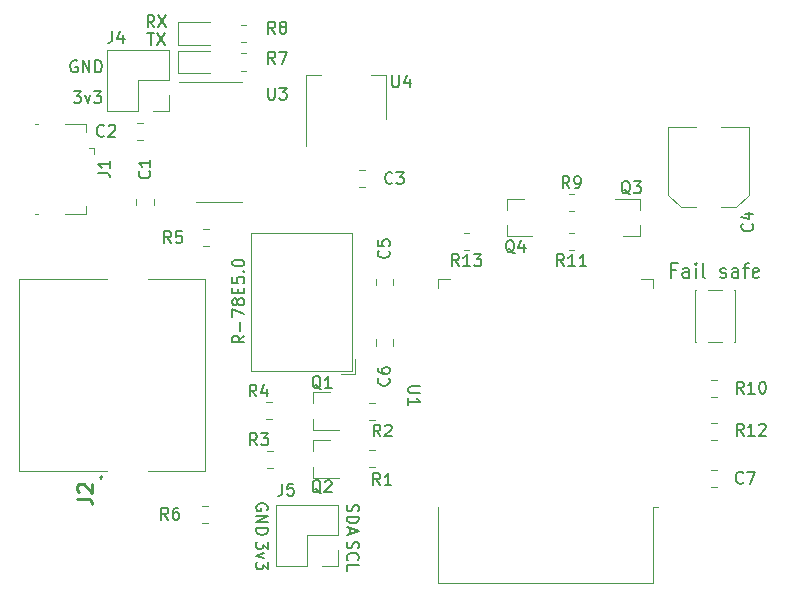
<source format=gto>
G04 #@! TF.GenerationSoftware,KiCad,Pcbnew,(5.1.9-0-10_14)*
G04 #@! TF.CreationDate,2021-06-28T14:28:25+02:00*
G04 #@! TF.ProjectId,ithowifi_4l,6974686f-7769-4666-995f-346c2e6b6963,rev?*
G04 #@! TF.SameCoordinates,Original*
G04 #@! TF.FileFunction,Legend,Top*
G04 #@! TF.FilePolarity,Positive*
%FSLAX46Y46*%
G04 Gerber Fmt 4.6, Leading zero omitted, Abs format (unit mm)*
G04 Created by KiCad (PCBNEW (5.1.9-0-10_14)) date 2021-06-28 14:28:25*
%MOMM*%
%LPD*%
G01*
G04 APERTURE LIST*
%ADD10C,0.150000*%
%ADD11C,0.120000*%
%ADD12C,0.100000*%
%ADD13C,0.200000*%
%ADD14C,0.254000*%
G04 APERTURE END LIST*
D10*
X56324595Y-112022000D02*
X56229357Y-111974380D01*
X56086500Y-111974380D01*
X55943642Y-112022000D01*
X55848404Y-112117238D01*
X55800785Y-112212476D01*
X55753166Y-112402952D01*
X55753166Y-112545809D01*
X55800785Y-112736285D01*
X55848404Y-112831523D01*
X55943642Y-112926761D01*
X56086500Y-112974380D01*
X56181738Y-112974380D01*
X56324595Y-112926761D01*
X56372214Y-112879142D01*
X56372214Y-112545809D01*
X56181738Y-112545809D01*
X56800785Y-112974380D02*
X56800785Y-111974380D01*
X57372214Y-112974380D01*
X57372214Y-111974380D01*
X57848404Y-112974380D02*
X57848404Y-111974380D01*
X58086500Y-111974380D01*
X58229357Y-112022000D01*
X58324595Y-112117238D01*
X58372214Y-112212476D01*
X58419833Y-112402952D01*
X58419833Y-112545809D01*
X58372214Y-112736285D01*
X58324595Y-112831523D01*
X58229357Y-112926761D01*
X58086500Y-112974380D01*
X57848404Y-112974380D01*
X56023023Y-114577880D02*
X56642071Y-114577880D01*
X56308738Y-114958833D01*
X56451595Y-114958833D01*
X56546833Y-115006452D01*
X56594452Y-115054071D01*
X56642071Y-115149309D01*
X56642071Y-115387404D01*
X56594452Y-115482642D01*
X56546833Y-115530261D01*
X56451595Y-115577880D01*
X56165880Y-115577880D01*
X56070642Y-115530261D01*
X56023023Y-115482642D01*
X56975404Y-114911214D02*
X57213500Y-115577880D01*
X57451595Y-114911214D01*
X57737309Y-114577880D02*
X58356357Y-114577880D01*
X58023023Y-114958833D01*
X58165880Y-114958833D01*
X58261119Y-115006452D01*
X58308738Y-115054071D01*
X58356357Y-115149309D01*
X58356357Y-115387404D01*
X58308738Y-115482642D01*
X58261119Y-115530261D01*
X58165880Y-115577880D01*
X57880166Y-115577880D01*
X57784928Y-115530261D01*
X57737309Y-115482642D01*
X72475619Y-152717523D02*
X72475619Y-153336571D01*
X72094666Y-153003238D01*
X72094666Y-153146095D01*
X72047047Y-153241333D01*
X71999428Y-153288952D01*
X71904190Y-153336571D01*
X71666095Y-153336571D01*
X71570857Y-153288952D01*
X71523238Y-153241333D01*
X71475619Y-153146095D01*
X71475619Y-152860380D01*
X71523238Y-152765142D01*
X71570857Y-152717523D01*
X72142285Y-153669904D02*
X71475619Y-153908000D01*
X72142285Y-154146095D01*
X72475619Y-154431809D02*
X72475619Y-155050857D01*
X72094666Y-154717523D01*
X72094666Y-154860380D01*
X72047047Y-154955619D01*
X71999428Y-155003238D01*
X71904190Y-155050857D01*
X71666095Y-155050857D01*
X71570857Y-155003238D01*
X71523238Y-154955619D01*
X71475619Y-154860380D01*
X71475619Y-154574666D01*
X71523238Y-154479428D01*
X71570857Y-154431809D01*
X72428000Y-150046095D02*
X72475619Y-149950857D01*
X72475619Y-149808000D01*
X72428000Y-149665142D01*
X72332761Y-149569904D01*
X72237523Y-149522285D01*
X72047047Y-149474666D01*
X71904190Y-149474666D01*
X71713714Y-149522285D01*
X71618476Y-149569904D01*
X71523238Y-149665142D01*
X71475619Y-149808000D01*
X71475619Y-149903238D01*
X71523238Y-150046095D01*
X71570857Y-150093714D01*
X71904190Y-150093714D01*
X71904190Y-149903238D01*
X71475619Y-150522285D02*
X72475619Y-150522285D01*
X71475619Y-151093714D01*
X72475619Y-151093714D01*
X71475619Y-151569904D02*
X72475619Y-151569904D01*
X72475619Y-151808000D01*
X72428000Y-151950857D01*
X72332761Y-152046095D01*
X72237523Y-152093714D01*
X72047047Y-152141333D01*
X71904190Y-152141333D01*
X71713714Y-152093714D01*
X71618476Y-152046095D01*
X71523238Y-151950857D01*
X71475619Y-151808000D01*
X71475619Y-151569904D01*
X79211238Y-149593714D02*
X79163619Y-149736571D01*
X79163619Y-149974666D01*
X79211238Y-150069904D01*
X79258857Y-150117523D01*
X79354095Y-150165142D01*
X79449333Y-150165142D01*
X79544571Y-150117523D01*
X79592190Y-150069904D01*
X79639809Y-149974666D01*
X79687428Y-149784190D01*
X79735047Y-149688952D01*
X79782666Y-149641333D01*
X79877904Y-149593714D01*
X79973142Y-149593714D01*
X80068380Y-149641333D01*
X80116000Y-149688952D01*
X80163619Y-149784190D01*
X80163619Y-150022285D01*
X80116000Y-150165142D01*
X79163619Y-150593714D02*
X80163619Y-150593714D01*
X80163619Y-150831809D01*
X80116000Y-150974666D01*
X80020761Y-151069904D01*
X79925523Y-151117523D01*
X79735047Y-151165142D01*
X79592190Y-151165142D01*
X79401714Y-151117523D01*
X79306476Y-151069904D01*
X79211238Y-150974666D01*
X79163619Y-150831809D01*
X79163619Y-150593714D01*
X79449333Y-151546095D02*
X79449333Y-152022285D01*
X79163619Y-151450857D02*
X80163619Y-151784190D01*
X79163619Y-152117523D01*
X79211238Y-152717523D02*
X79163619Y-152860380D01*
X79163619Y-153098476D01*
X79211238Y-153193714D01*
X79258857Y-153241333D01*
X79354095Y-153288952D01*
X79449333Y-153288952D01*
X79544571Y-153241333D01*
X79592190Y-153193714D01*
X79639809Y-153098476D01*
X79687428Y-152908000D01*
X79735047Y-152812761D01*
X79782666Y-152765142D01*
X79877904Y-152717523D01*
X79973142Y-152717523D01*
X80068380Y-152765142D01*
X80116000Y-152812761D01*
X80163619Y-152908000D01*
X80163619Y-153146095D01*
X80116000Y-153288952D01*
X79258857Y-154288952D02*
X79211238Y-154241333D01*
X79163619Y-154098476D01*
X79163619Y-154003238D01*
X79211238Y-153860380D01*
X79306476Y-153765142D01*
X79401714Y-153717523D01*
X79592190Y-153669904D01*
X79735047Y-153669904D01*
X79925523Y-153717523D01*
X80020761Y-153765142D01*
X80116000Y-153860380D01*
X80163619Y-154003238D01*
X80163619Y-154098476D01*
X80116000Y-154241333D01*
X80068380Y-154288952D01*
X79163619Y-155193714D02*
X79163619Y-154717523D01*
X80163619Y-154717523D01*
D11*
X64068000Y-116265000D02*
X62738000Y-116265000D01*
X64068000Y-114935000D02*
X64068000Y-116265000D01*
X61468000Y-116265000D02*
X58868000Y-116265000D01*
X61468000Y-113665000D02*
X61468000Y-116265000D01*
X64068000Y-113665000D02*
X61468000Y-113665000D01*
X58868000Y-116265000D02*
X58868000Y-111065000D01*
X64068000Y-113665000D02*
X64068000Y-111065000D01*
X64068000Y-111065000D02*
X58868000Y-111065000D01*
X57765000Y-119408000D02*
X57375000Y-119408000D01*
X57765000Y-119408000D02*
X57765000Y-119858000D01*
X57065000Y-124978000D02*
X57065000Y-124328000D01*
X55335000Y-124978000D02*
X57065000Y-124978000D01*
X52765000Y-117358000D02*
X52975000Y-117358000D01*
X52765000Y-124978000D02*
X52975000Y-124978000D01*
X55335000Y-117358000D02*
X57065000Y-117358000D01*
X57065000Y-117358000D02*
X57065000Y-118018000D01*
X80713252Y-121248500D02*
X80190748Y-121248500D01*
X80713252Y-122718500D02*
X80190748Y-122718500D01*
X97950436Y-123251000D02*
X98404564Y-123251000D01*
X97950436Y-124721000D02*
X98404564Y-124721000D01*
X70641564Y-110417000D02*
X70187436Y-110417000D01*
X70641564Y-108947000D02*
X70187436Y-108947000D01*
X70641564Y-112843000D02*
X70187436Y-112843000D01*
X70641564Y-111373000D02*
X70187436Y-111373000D01*
X67369564Y-151137000D02*
X66915436Y-151137000D01*
X67369564Y-149667000D02*
X66915436Y-149667000D01*
X61922252Y-118718000D02*
X61399748Y-118718000D01*
X61922252Y-117248000D02*
X61399748Y-117248000D01*
X61351000Y-124244752D02*
X61351000Y-123722248D01*
X62821000Y-124244752D02*
X62821000Y-123722248D01*
X82501500Y-113207500D02*
X81241500Y-113207500D01*
X75681500Y-113207500D02*
X76941500Y-113207500D01*
X82501500Y-116967500D02*
X82501500Y-113207500D01*
X75681500Y-119217500D02*
X75681500Y-113207500D01*
X68377000Y-123923000D02*
X70327000Y-123923000D01*
X68377000Y-123923000D02*
X66427000Y-123923000D01*
X68377000Y-113803000D02*
X70327000Y-113803000D01*
X68377000Y-113803000D02*
X64927000Y-113803000D01*
X71020000Y-138279000D02*
X71020000Y-126558000D01*
X79640000Y-138279000D02*
X79640000Y-126558000D01*
X71020000Y-138279000D02*
X79640000Y-138279000D01*
X71020000Y-126558000D02*
X79640000Y-126558000D01*
X78640000Y-138519000D02*
X79880000Y-138519000D01*
X79880000Y-138519000D02*
X79880000Y-137279000D01*
X89514564Y-128023000D02*
X89060436Y-128023000D01*
X89514564Y-126553000D02*
X89060436Y-126553000D01*
X110469564Y-144152000D02*
X110015436Y-144152000D01*
X110469564Y-142682000D02*
X110015436Y-142682000D01*
X98404564Y-128023000D02*
X97950436Y-128023000D01*
X98404564Y-126553000D02*
X97950436Y-126553000D01*
X92695000Y-123676000D02*
X92695000Y-124606000D01*
X92695000Y-126836000D02*
X92695000Y-125906000D01*
X92695000Y-126836000D02*
X94855000Y-126836000D01*
X92695000Y-123676000D02*
X94155000Y-123676000D01*
X104010000Y-126836000D02*
X104010000Y-125906000D01*
X104010000Y-123676000D02*
X104010000Y-124606000D01*
X104010000Y-123676000D02*
X101850000Y-123676000D01*
X104010000Y-126836000D02*
X102550000Y-126836000D01*
D12*
X62332500Y-130456500D02*
X67182500Y-130456500D01*
X67182500Y-130456500D02*
X67182500Y-146736500D01*
X67182500Y-146736500D02*
X62332500Y-146736500D01*
X58832500Y-130476500D02*
X51432500Y-130476500D01*
X51432500Y-130476500D02*
X51432500Y-146736500D01*
X51432500Y-146736500D02*
X58832500Y-146736500D01*
D13*
X58372500Y-147176500D02*
X58372500Y-147176500D01*
X58372500Y-147376500D02*
X58372500Y-147376500D01*
X58372500Y-147376500D02*
G75*
G02*
X58372500Y-147176500I0J100000D01*
G01*
X58372500Y-147176500D02*
G75*
G02*
X58372500Y-147376500I0J-100000D01*
G01*
D11*
X110493252Y-148084000D02*
X109970748Y-148084000D01*
X110493252Y-146614000D02*
X109970748Y-146614000D01*
X108646000Y-131438000D02*
X108646000Y-135838000D01*
X108646000Y-135838000D02*
X108766000Y-135838000D01*
X109776000Y-135838000D02*
X110916000Y-135838000D01*
X111926000Y-135838000D02*
X112046000Y-135838000D01*
X112046000Y-135838000D02*
X112046000Y-131438000D01*
X112046000Y-131438000D02*
X111926000Y-131438000D01*
X110916000Y-131438000D02*
X109776000Y-131438000D01*
X108766000Y-131438000D02*
X108646000Y-131438000D01*
X83077500Y-135596748D02*
X83077500Y-136119252D01*
X81607500Y-135596748D02*
X81607500Y-136119252D01*
X113217000Y-117579000D02*
X110867000Y-117579000D01*
X106397000Y-117579000D02*
X108747000Y-117579000D01*
X106397000Y-123334563D02*
X106397000Y-117579000D01*
X113217000Y-123334563D02*
X113217000Y-117579000D01*
X112152563Y-124399000D02*
X110867000Y-124399000D01*
X107461437Y-124399000D02*
X108747000Y-124399000D01*
X107461437Y-124399000D02*
X106397000Y-123334563D01*
X112152563Y-124399000D02*
X113217000Y-123334563D01*
X78402000Y-149580000D02*
X73202000Y-149580000D01*
X78402000Y-152180000D02*
X78402000Y-149580000D01*
X73202000Y-154780000D02*
X73202000Y-149580000D01*
X78402000Y-152180000D02*
X75802000Y-152180000D01*
X75802000Y-152180000D02*
X75802000Y-154780000D01*
X75802000Y-154780000D02*
X73202000Y-154780000D01*
X78402000Y-153450000D02*
X78402000Y-154780000D01*
X78402000Y-154780000D02*
X77072000Y-154780000D01*
X105097600Y-131260400D02*
X105097600Y-130480400D01*
X105097600Y-130480400D02*
X104097600Y-130480400D01*
X86857600Y-131260400D02*
X86857600Y-130480400D01*
X86857600Y-130480400D02*
X87857600Y-130480400D01*
X105097600Y-156225400D02*
X86857600Y-156225400D01*
X86857600Y-156225400D02*
X86857600Y-149805400D01*
X105097600Y-156225400D02*
X105097600Y-149805400D01*
X105097600Y-149805400D02*
X105477600Y-149805400D01*
X110477578Y-140444000D02*
X109960422Y-140444000D01*
X110477578Y-139024000D02*
X109960422Y-139024000D01*
X67564500Y-111148000D02*
X64879500Y-111148000D01*
X64879500Y-111148000D02*
X64879500Y-113068000D01*
X64879500Y-113068000D02*
X67564500Y-113068000D01*
X83052500Y-130458422D02*
X83052500Y-130975578D01*
X81632500Y-130458422D02*
X81632500Y-130975578D01*
X67564500Y-108722000D02*
X64879500Y-108722000D01*
X64879500Y-108722000D02*
X64879500Y-110642000D01*
X64879500Y-110642000D02*
X67564500Y-110642000D01*
X67503078Y-127680500D02*
X66985922Y-127680500D01*
X67503078Y-126260500D02*
X66985922Y-126260500D01*
X72837078Y-142336500D02*
X72319922Y-142336500D01*
X72837078Y-140916500D02*
X72319922Y-140916500D01*
X72889578Y-146465000D02*
X72372422Y-146465000D01*
X72889578Y-145045000D02*
X72372422Y-145045000D01*
X81052922Y-140992500D02*
X81570078Y-140992500D01*
X81052922Y-142412500D02*
X81570078Y-142412500D01*
X81052922Y-144993000D02*
X81570078Y-144993000D01*
X81052922Y-146413000D02*
X81570078Y-146413000D01*
X76301000Y-140087100D02*
X76301000Y-141017100D01*
X76301000Y-143247100D02*
X76301000Y-142317100D01*
X76301000Y-143247100D02*
X78461000Y-143247100D01*
X76301000Y-140087100D02*
X77761000Y-140087100D01*
X76301000Y-144149600D02*
X76301000Y-145079600D01*
X76301000Y-147309600D02*
X76301000Y-146379600D01*
X76301000Y-147309600D02*
X78461000Y-147309600D01*
X76301000Y-144149600D02*
X77761000Y-144149600D01*
D10*
X59293166Y-109497880D02*
X59293166Y-110212166D01*
X59245547Y-110355023D01*
X59150309Y-110450261D01*
X59007452Y-110497880D01*
X58912214Y-110497880D01*
X60197928Y-109831214D02*
X60197928Y-110497880D01*
X59959833Y-109450261D02*
X59721738Y-110164547D01*
X60340785Y-110164547D01*
X58107380Y-121501333D02*
X58821666Y-121501333D01*
X58964523Y-121548952D01*
X59059761Y-121644190D01*
X59107380Y-121787047D01*
X59107380Y-121882285D01*
X59107380Y-120501333D02*
X59107380Y-121072761D01*
X59107380Y-120787047D02*
X58107380Y-120787047D01*
X58250238Y-120882285D01*
X58345476Y-120977523D01*
X58393095Y-121072761D01*
X83018333Y-122340642D02*
X82970714Y-122388261D01*
X82827857Y-122435880D01*
X82732619Y-122435880D01*
X82589761Y-122388261D01*
X82494523Y-122293023D01*
X82446904Y-122197785D01*
X82399285Y-122007309D01*
X82399285Y-121864452D01*
X82446904Y-121673976D01*
X82494523Y-121578738D01*
X82589761Y-121483500D01*
X82732619Y-121435880D01*
X82827857Y-121435880D01*
X82970714Y-121483500D01*
X83018333Y-121531119D01*
X83351666Y-121435880D02*
X83970714Y-121435880D01*
X83637380Y-121816833D01*
X83780238Y-121816833D01*
X83875476Y-121864452D01*
X83923095Y-121912071D01*
X83970714Y-122007309D01*
X83970714Y-122245404D01*
X83923095Y-122340642D01*
X83875476Y-122388261D01*
X83780238Y-122435880D01*
X83494523Y-122435880D01*
X83399285Y-122388261D01*
X83351666Y-122340642D01*
X98010833Y-122788380D02*
X97677500Y-122312190D01*
X97439404Y-122788380D02*
X97439404Y-121788380D01*
X97820357Y-121788380D01*
X97915595Y-121836000D01*
X97963214Y-121883619D01*
X98010833Y-121978857D01*
X98010833Y-122121714D01*
X97963214Y-122216952D01*
X97915595Y-122264571D01*
X97820357Y-122312190D01*
X97439404Y-122312190D01*
X98487023Y-122788380D02*
X98677500Y-122788380D01*
X98772738Y-122740761D01*
X98820357Y-122693142D01*
X98915595Y-122550285D01*
X98963214Y-122359809D01*
X98963214Y-121978857D01*
X98915595Y-121883619D01*
X98867976Y-121836000D01*
X98772738Y-121788380D01*
X98582261Y-121788380D01*
X98487023Y-121836000D01*
X98439404Y-121883619D01*
X98391785Y-121978857D01*
X98391785Y-122216952D01*
X98439404Y-122312190D01*
X98487023Y-122359809D01*
X98582261Y-122407428D01*
X98772738Y-122407428D01*
X98867976Y-122359809D01*
X98915595Y-122312190D01*
X98963214Y-122216952D01*
X73095333Y-109706380D02*
X72762000Y-109230190D01*
X72523904Y-109706380D02*
X72523904Y-108706380D01*
X72904857Y-108706380D01*
X73000095Y-108754000D01*
X73047714Y-108801619D01*
X73095333Y-108896857D01*
X73095333Y-109039714D01*
X73047714Y-109134952D01*
X73000095Y-109182571D01*
X72904857Y-109230190D01*
X72523904Y-109230190D01*
X73666761Y-109134952D02*
X73571523Y-109087333D01*
X73523904Y-109039714D01*
X73476285Y-108944476D01*
X73476285Y-108896857D01*
X73523904Y-108801619D01*
X73571523Y-108754000D01*
X73666761Y-108706380D01*
X73857238Y-108706380D01*
X73952476Y-108754000D01*
X74000095Y-108801619D01*
X74047714Y-108896857D01*
X74047714Y-108944476D01*
X74000095Y-109039714D01*
X73952476Y-109087333D01*
X73857238Y-109134952D01*
X73666761Y-109134952D01*
X73571523Y-109182571D01*
X73523904Y-109230190D01*
X73476285Y-109325428D01*
X73476285Y-109515904D01*
X73523904Y-109611142D01*
X73571523Y-109658761D01*
X73666761Y-109706380D01*
X73857238Y-109706380D01*
X73952476Y-109658761D01*
X74000095Y-109611142D01*
X74047714Y-109515904D01*
X74047714Y-109325428D01*
X74000095Y-109230190D01*
X73952476Y-109182571D01*
X73857238Y-109134952D01*
X73095333Y-112246380D02*
X72762000Y-111770190D01*
X72523904Y-112246380D02*
X72523904Y-111246380D01*
X72904857Y-111246380D01*
X73000095Y-111294000D01*
X73047714Y-111341619D01*
X73095333Y-111436857D01*
X73095333Y-111579714D01*
X73047714Y-111674952D01*
X73000095Y-111722571D01*
X72904857Y-111770190D01*
X72523904Y-111770190D01*
X73428666Y-111246380D02*
X74095333Y-111246380D01*
X73666761Y-112246380D01*
X64031333Y-150854380D02*
X63698000Y-150378190D01*
X63459904Y-150854380D02*
X63459904Y-149854380D01*
X63840857Y-149854380D01*
X63936095Y-149902000D01*
X63983714Y-149949619D01*
X64031333Y-150044857D01*
X64031333Y-150187714D01*
X63983714Y-150282952D01*
X63936095Y-150330571D01*
X63840857Y-150378190D01*
X63459904Y-150378190D01*
X64888476Y-149854380D02*
X64698000Y-149854380D01*
X64602761Y-149902000D01*
X64555142Y-149949619D01*
X64459904Y-150092476D01*
X64412285Y-150282952D01*
X64412285Y-150663904D01*
X64459904Y-150759142D01*
X64507523Y-150806761D01*
X64602761Y-150854380D01*
X64793238Y-150854380D01*
X64888476Y-150806761D01*
X64936095Y-150759142D01*
X64983714Y-150663904D01*
X64983714Y-150425809D01*
X64936095Y-150330571D01*
X64888476Y-150282952D01*
X64793238Y-150235333D01*
X64602761Y-150235333D01*
X64507523Y-150282952D01*
X64459904Y-150330571D01*
X64412285Y-150425809D01*
X58606333Y-118340142D02*
X58558714Y-118387761D01*
X58415857Y-118435380D01*
X58320619Y-118435380D01*
X58177761Y-118387761D01*
X58082523Y-118292523D01*
X58034904Y-118197285D01*
X57987285Y-118006809D01*
X57987285Y-117863952D01*
X58034904Y-117673476D01*
X58082523Y-117578238D01*
X58177761Y-117483000D01*
X58320619Y-117435380D01*
X58415857Y-117435380D01*
X58558714Y-117483000D01*
X58606333Y-117530619D01*
X58987285Y-117530619D02*
X59034904Y-117483000D01*
X59130142Y-117435380D01*
X59368238Y-117435380D01*
X59463476Y-117483000D01*
X59511095Y-117530619D01*
X59558714Y-117625857D01*
X59558714Y-117721095D01*
X59511095Y-117863952D01*
X58939666Y-118435380D01*
X59558714Y-118435380D01*
X62443142Y-121346166D02*
X62490761Y-121393785D01*
X62538380Y-121536642D01*
X62538380Y-121631880D01*
X62490761Y-121774738D01*
X62395523Y-121869976D01*
X62300285Y-121917595D01*
X62109809Y-121965214D01*
X61966952Y-121965214D01*
X61776476Y-121917595D01*
X61681238Y-121869976D01*
X61586000Y-121774738D01*
X61538380Y-121631880D01*
X61538380Y-121536642D01*
X61586000Y-121393785D01*
X61633619Y-121346166D01*
X62538380Y-120393785D02*
X62538380Y-120965214D01*
X62538380Y-120679500D02*
X61538380Y-120679500D01*
X61681238Y-120774738D01*
X61776476Y-120869976D01*
X61824095Y-120965214D01*
X82994595Y-113244380D02*
X82994595Y-114053904D01*
X83042214Y-114149142D01*
X83089833Y-114196761D01*
X83185071Y-114244380D01*
X83375547Y-114244380D01*
X83470785Y-114196761D01*
X83518404Y-114149142D01*
X83566023Y-114053904D01*
X83566023Y-113244380D01*
X84470785Y-113577714D02*
X84470785Y-114244380D01*
X84232690Y-113196761D02*
X83994595Y-113911047D01*
X84613642Y-113911047D01*
X72500095Y-114294380D02*
X72500095Y-115103904D01*
X72547714Y-115199142D01*
X72595333Y-115246761D01*
X72690571Y-115294380D01*
X72881047Y-115294380D01*
X72976285Y-115246761D01*
X73023904Y-115199142D01*
X73071523Y-115103904D01*
X73071523Y-114294380D01*
X73452476Y-114294380D02*
X74071523Y-114294380D01*
X73738190Y-114675333D01*
X73881047Y-114675333D01*
X73976285Y-114722952D01*
X74023904Y-114770571D01*
X74071523Y-114865809D01*
X74071523Y-115103904D01*
X74023904Y-115199142D01*
X73976285Y-115246761D01*
X73881047Y-115294380D01*
X73595333Y-115294380D01*
X73500095Y-115246761D01*
X73452476Y-115199142D01*
X70472380Y-135272761D02*
X69996190Y-135606095D01*
X70472380Y-135844190D02*
X69472380Y-135844190D01*
X69472380Y-135463238D01*
X69520000Y-135368000D01*
X69567619Y-135320380D01*
X69662857Y-135272761D01*
X69805714Y-135272761D01*
X69900952Y-135320380D01*
X69948571Y-135368000D01*
X69996190Y-135463238D01*
X69996190Y-135844190D01*
X70091428Y-134844190D02*
X70091428Y-134082285D01*
X69472380Y-133701333D02*
X69472380Y-133034666D01*
X70472380Y-133463238D01*
X69900952Y-132510857D02*
X69853333Y-132606095D01*
X69805714Y-132653714D01*
X69710476Y-132701333D01*
X69662857Y-132701333D01*
X69567619Y-132653714D01*
X69520000Y-132606095D01*
X69472380Y-132510857D01*
X69472380Y-132320380D01*
X69520000Y-132225142D01*
X69567619Y-132177523D01*
X69662857Y-132129904D01*
X69710476Y-132129904D01*
X69805714Y-132177523D01*
X69853333Y-132225142D01*
X69900952Y-132320380D01*
X69900952Y-132510857D01*
X69948571Y-132606095D01*
X69996190Y-132653714D01*
X70091428Y-132701333D01*
X70281904Y-132701333D01*
X70377142Y-132653714D01*
X70424761Y-132606095D01*
X70472380Y-132510857D01*
X70472380Y-132320380D01*
X70424761Y-132225142D01*
X70377142Y-132177523D01*
X70281904Y-132129904D01*
X70091428Y-132129904D01*
X69996190Y-132177523D01*
X69948571Y-132225142D01*
X69900952Y-132320380D01*
X69948571Y-131701333D02*
X69948571Y-131368000D01*
X70472380Y-131225142D02*
X70472380Y-131701333D01*
X69472380Y-131701333D01*
X69472380Y-131225142D01*
X69472380Y-130320380D02*
X69472380Y-130796571D01*
X69948571Y-130844190D01*
X69900952Y-130796571D01*
X69853333Y-130701333D01*
X69853333Y-130463238D01*
X69900952Y-130368000D01*
X69948571Y-130320380D01*
X70043809Y-130272761D01*
X70281904Y-130272761D01*
X70377142Y-130320380D01*
X70424761Y-130368000D01*
X70472380Y-130463238D01*
X70472380Y-130701333D01*
X70424761Y-130796571D01*
X70377142Y-130844190D01*
X70377142Y-129844190D02*
X70424761Y-129796571D01*
X70472380Y-129844190D01*
X70424761Y-129891809D01*
X70377142Y-129844190D01*
X70472380Y-129844190D01*
X69472380Y-129177523D02*
X69472380Y-129082285D01*
X69520000Y-128987047D01*
X69567619Y-128939428D01*
X69662857Y-128891809D01*
X69853333Y-128844190D01*
X70091428Y-128844190D01*
X70281904Y-128891809D01*
X70377142Y-128939428D01*
X70424761Y-128987047D01*
X70472380Y-129082285D01*
X70472380Y-129177523D01*
X70424761Y-129272761D01*
X70377142Y-129320380D01*
X70281904Y-129368000D01*
X70091428Y-129415619D01*
X69853333Y-129415619D01*
X69662857Y-129368000D01*
X69567619Y-129320380D01*
X69520000Y-129272761D01*
X69472380Y-129177523D01*
X88644642Y-129390380D02*
X88311309Y-128914190D01*
X88073214Y-129390380D02*
X88073214Y-128390380D01*
X88454166Y-128390380D01*
X88549404Y-128438000D01*
X88597023Y-128485619D01*
X88644642Y-128580857D01*
X88644642Y-128723714D01*
X88597023Y-128818952D01*
X88549404Y-128866571D01*
X88454166Y-128914190D01*
X88073214Y-128914190D01*
X89597023Y-129390380D02*
X89025595Y-129390380D01*
X89311309Y-129390380D02*
X89311309Y-128390380D01*
X89216071Y-128533238D01*
X89120833Y-128628476D01*
X89025595Y-128676095D01*
X89930357Y-128390380D02*
X90549404Y-128390380D01*
X90216071Y-128771333D01*
X90358928Y-128771333D01*
X90454166Y-128818952D01*
X90501785Y-128866571D01*
X90549404Y-128961809D01*
X90549404Y-129199904D01*
X90501785Y-129295142D01*
X90454166Y-129342761D01*
X90358928Y-129390380D01*
X90073214Y-129390380D01*
X89977976Y-129342761D01*
X89930357Y-129295142D01*
X112751142Y-143742380D02*
X112417809Y-143266190D01*
X112179714Y-143742380D02*
X112179714Y-142742380D01*
X112560666Y-142742380D01*
X112655904Y-142790000D01*
X112703523Y-142837619D01*
X112751142Y-142932857D01*
X112751142Y-143075714D01*
X112703523Y-143170952D01*
X112655904Y-143218571D01*
X112560666Y-143266190D01*
X112179714Y-143266190D01*
X113703523Y-143742380D02*
X113132095Y-143742380D01*
X113417809Y-143742380D02*
X113417809Y-142742380D01*
X113322571Y-142885238D01*
X113227333Y-142980476D01*
X113132095Y-143028095D01*
X114084476Y-142837619D02*
X114132095Y-142790000D01*
X114227333Y-142742380D01*
X114465428Y-142742380D01*
X114560666Y-142790000D01*
X114608285Y-142837619D01*
X114655904Y-142932857D01*
X114655904Y-143028095D01*
X114608285Y-143170952D01*
X114036857Y-143742380D01*
X114655904Y-143742380D01*
X97534642Y-129390380D02*
X97201309Y-128914190D01*
X96963214Y-129390380D02*
X96963214Y-128390380D01*
X97344166Y-128390380D01*
X97439404Y-128438000D01*
X97487023Y-128485619D01*
X97534642Y-128580857D01*
X97534642Y-128723714D01*
X97487023Y-128818952D01*
X97439404Y-128866571D01*
X97344166Y-128914190D01*
X96963214Y-128914190D01*
X98487023Y-129390380D02*
X97915595Y-129390380D01*
X98201309Y-129390380D02*
X98201309Y-128390380D01*
X98106071Y-128533238D01*
X98010833Y-128628476D01*
X97915595Y-128676095D01*
X99439404Y-129390380D02*
X98867976Y-129390380D01*
X99153690Y-129390380D02*
X99153690Y-128390380D01*
X99058452Y-128533238D01*
X98963214Y-128628476D01*
X98867976Y-128676095D01*
X93359761Y-128303619D02*
X93264523Y-128256000D01*
X93169285Y-128160761D01*
X93026428Y-128017904D01*
X92931190Y-127970285D01*
X92835952Y-127970285D01*
X92883571Y-128208380D02*
X92788333Y-128160761D01*
X92693095Y-128065523D01*
X92645476Y-127875047D01*
X92645476Y-127541714D01*
X92693095Y-127351238D01*
X92788333Y-127256000D01*
X92883571Y-127208380D01*
X93074047Y-127208380D01*
X93169285Y-127256000D01*
X93264523Y-127351238D01*
X93312142Y-127541714D01*
X93312142Y-127875047D01*
X93264523Y-128065523D01*
X93169285Y-128160761D01*
X93074047Y-128208380D01*
X92883571Y-128208380D01*
X94169285Y-127541714D02*
X94169285Y-128208380D01*
X93931190Y-127160761D02*
X93693095Y-127875047D01*
X94312142Y-127875047D01*
X103154761Y-123303619D02*
X103059523Y-123256000D01*
X102964285Y-123160761D01*
X102821428Y-123017904D01*
X102726190Y-122970285D01*
X102630952Y-122970285D01*
X102678571Y-123208380D02*
X102583333Y-123160761D01*
X102488095Y-123065523D01*
X102440476Y-122875047D01*
X102440476Y-122541714D01*
X102488095Y-122351238D01*
X102583333Y-122256000D01*
X102678571Y-122208380D01*
X102869047Y-122208380D01*
X102964285Y-122256000D01*
X103059523Y-122351238D01*
X103107142Y-122541714D01*
X103107142Y-122875047D01*
X103059523Y-123065523D01*
X102964285Y-123160761D01*
X102869047Y-123208380D01*
X102678571Y-123208380D01*
X103440476Y-122208380D02*
X104059523Y-122208380D01*
X103726190Y-122589333D01*
X103869047Y-122589333D01*
X103964285Y-122636952D01*
X104011904Y-122684571D01*
X104059523Y-122779809D01*
X104059523Y-123017904D01*
X104011904Y-123113142D01*
X103964285Y-123160761D01*
X103869047Y-123208380D01*
X103583333Y-123208380D01*
X103488095Y-123160761D01*
X103440476Y-123113142D01*
D14*
X56327523Y-149076833D02*
X57234666Y-149076833D01*
X57416095Y-149137309D01*
X57537047Y-149258261D01*
X57597523Y-149439690D01*
X57597523Y-149560642D01*
X56448476Y-148532547D02*
X56388000Y-148472071D01*
X56327523Y-148351119D01*
X56327523Y-148048738D01*
X56388000Y-147927785D01*
X56448476Y-147867309D01*
X56569428Y-147806833D01*
X56690380Y-147806833D01*
X56871809Y-147867309D01*
X57597523Y-148593023D01*
X57597523Y-147806833D01*
D10*
X112719333Y-147711142D02*
X112671714Y-147758761D01*
X112528857Y-147806380D01*
X112433619Y-147806380D01*
X112290761Y-147758761D01*
X112195523Y-147663523D01*
X112147904Y-147568285D01*
X112100285Y-147377809D01*
X112100285Y-147234952D01*
X112147904Y-147044476D01*
X112195523Y-146949238D01*
X112290761Y-146854000D01*
X112433619Y-146806380D01*
X112528857Y-146806380D01*
X112671714Y-146854000D01*
X112719333Y-146901619D01*
X113052666Y-146806380D02*
X113719333Y-146806380D01*
X113290761Y-147806380D01*
X107006714Y-129727285D02*
X106606714Y-129727285D01*
X106606714Y-130355857D02*
X106606714Y-129155857D01*
X107178142Y-129155857D01*
X108149571Y-130355857D02*
X108149571Y-129727285D01*
X108092428Y-129613000D01*
X107978142Y-129555857D01*
X107749571Y-129555857D01*
X107635285Y-129613000D01*
X108149571Y-130298714D02*
X108035285Y-130355857D01*
X107749571Y-130355857D01*
X107635285Y-130298714D01*
X107578142Y-130184428D01*
X107578142Y-130070142D01*
X107635285Y-129955857D01*
X107749571Y-129898714D01*
X108035285Y-129898714D01*
X108149571Y-129841571D01*
X108721000Y-130355857D02*
X108721000Y-129555857D01*
X108721000Y-129155857D02*
X108663857Y-129213000D01*
X108721000Y-129270142D01*
X108778142Y-129213000D01*
X108721000Y-129155857D01*
X108721000Y-129270142D01*
X109463857Y-130355857D02*
X109349571Y-130298714D01*
X109292428Y-130184428D01*
X109292428Y-129155857D01*
X110778142Y-130298714D02*
X110892428Y-130355857D01*
X111121000Y-130355857D01*
X111235285Y-130298714D01*
X111292428Y-130184428D01*
X111292428Y-130127285D01*
X111235285Y-130013000D01*
X111121000Y-129955857D01*
X110949571Y-129955857D01*
X110835285Y-129898714D01*
X110778142Y-129784428D01*
X110778142Y-129727285D01*
X110835285Y-129613000D01*
X110949571Y-129555857D01*
X111121000Y-129555857D01*
X111235285Y-129613000D01*
X112321000Y-130355857D02*
X112321000Y-129727285D01*
X112263857Y-129613000D01*
X112149571Y-129555857D01*
X111921000Y-129555857D01*
X111806714Y-129613000D01*
X112321000Y-130298714D02*
X112206714Y-130355857D01*
X111921000Y-130355857D01*
X111806714Y-130298714D01*
X111749571Y-130184428D01*
X111749571Y-130070142D01*
X111806714Y-129955857D01*
X111921000Y-129898714D01*
X112206714Y-129898714D01*
X112321000Y-129841571D01*
X112721000Y-129555857D02*
X113178142Y-129555857D01*
X112892428Y-130355857D02*
X112892428Y-129327285D01*
X112949571Y-129213000D01*
X113063857Y-129155857D01*
X113178142Y-129155857D01*
X114035285Y-130298714D02*
X113921000Y-130355857D01*
X113692428Y-130355857D01*
X113578142Y-130298714D01*
X113521000Y-130184428D01*
X113521000Y-129727285D01*
X113578142Y-129613000D01*
X113692428Y-129555857D01*
X113921000Y-129555857D01*
X114035285Y-129613000D01*
X114092428Y-129727285D01*
X114092428Y-129841571D01*
X113521000Y-129955857D01*
X82699642Y-138884666D02*
X82747261Y-138932285D01*
X82794880Y-139075142D01*
X82794880Y-139170380D01*
X82747261Y-139313238D01*
X82652023Y-139408476D01*
X82556785Y-139456095D01*
X82366309Y-139503714D01*
X82223452Y-139503714D01*
X82032976Y-139456095D01*
X81937738Y-139408476D01*
X81842500Y-139313238D01*
X81794880Y-139170380D01*
X81794880Y-139075142D01*
X81842500Y-138932285D01*
X81890119Y-138884666D01*
X81794880Y-138027523D02*
X81794880Y-138218000D01*
X81842500Y-138313238D01*
X81890119Y-138360857D01*
X82032976Y-138456095D01*
X82223452Y-138503714D01*
X82604404Y-138503714D01*
X82699642Y-138456095D01*
X82747261Y-138408476D01*
X82794880Y-138313238D01*
X82794880Y-138122761D01*
X82747261Y-138027523D01*
X82699642Y-137979904D01*
X82604404Y-137932285D01*
X82366309Y-137932285D01*
X82271071Y-137979904D01*
X82223452Y-138027523D01*
X82175833Y-138122761D01*
X82175833Y-138313238D01*
X82223452Y-138408476D01*
X82271071Y-138456095D01*
X82366309Y-138503714D01*
X113480142Y-125816166D02*
X113527761Y-125863785D01*
X113575380Y-126006642D01*
X113575380Y-126101880D01*
X113527761Y-126244738D01*
X113432523Y-126339976D01*
X113337285Y-126387595D01*
X113146809Y-126435214D01*
X113003952Y-126435214D01*
X112813476Y-126387595D01*
X112718238Y-126339976D01*
X112623000Y-126244738D01*
X112575380Y-126101880D01*
X112575380Y-126006642D01*
X112623000Y-125863785D01*
X112670619Y-125816166D01*
X112908714Y-124959023D02*
X113575380Y-124959023D01*
X112527761Y-125197119D02*
X113242047Y-125435214D01*
X113242047Y-124816166D01*
X73690666Y-147822380D02*
X73690666Y-148536666D01*
X73643047Y-148679523D01*
X73547809Y-148774761D01*
X73404952Y-148822380D01*
X73309714Y-148822380D01*
X74643047Y-147822380D02*
X74166857Y-147822380D01*
X74119238Y-148298571D01*
X74166857Y-148250952D01*
X74262095Y-148203333D01*
X74500190Y-148203333D01*
X74595428Y-148250952D01*
X74643047Y-148298571D01*
X74690666Y-148393809D01*
X74690666Y-148631904D01*
X74643047Y-148727142D01*
X74595428Y-148774761D01*
X74500190Y-148822380D01*
X74262095Y-148822380D01*
X74166857Y-148774761D01*
X74119238Y-148727142D01*
X85383619Y-139573095D02*
X84574095Y-139573095D01*
X84478857Y-139620714D01*
X84431238Y-139668333D01*
X84383619Y-139763571D01*
X84383619Y-139954047D01*
X84431238Y-140049285D01*
X84478857Y-140096904D01*
X84574095Y-140144523D01*
X85383619Y-140144523D01*
X84383619Y-141144523D02*
X84383619Y-140573095D01*
X84383619Y-140858809D02*
X85383619Y-140858809D01*
X85240761Y-140763571D01*
X85145523Y-140668333D01*
X85097904Y-140573095D01*
X112751142Y-140186380D02*
X112417809Y-139710190D01*
X112179714Y-140186380D02*
X112179714Y-139186380D01*
X112560666Y-139186380D01*
X112655904Y-139234000D01*
X112703523Y-139281619D01*
X112751142Y-139376857D01*
X112751142Y-139519714D01*
X112703523Y-139614952D01*
X112655904Y-139662571D01*
X112560666Y-139710190D01*
X112179714Y-139710190D01*
X113703523Y-140186380D02*
X113132095Y-140186380D01*
X113417809Y-140186380D02*
X113417809Y-139186380D01*
X113322571Y-139329238D01*
X113227333Y-139424476D01*
X113132095Y-139472095D01*
X114322571Y-139186380D02*
X114417809Y-139186380D01*
X114513047Y-139234000D01*
X114560666Y-139281619D01*
X114608285Y-139376857D01*
X114655904Y-139567333D01*
X114655904Y-139805428D01*
X114608285Y-139995904D01*
X114560666Y-140091142D01*
X114513047Y-140138761D01*
X114417809Y-140186380D01*
X114322571Y-140186380D01*
X114227333Y-140138761D01*
X114179714Y-140091142D01*
X114132095Y-139995904D01*
X114084476Y-139805428D01*
X114084476Y-139567333D01*
X114132095Y-139376857D01*
X114179714Y-139281619D01*
X114227333Y-139234000D01*
X114322571Y-139186380D01*
X62276595Y-109658880D02*
X62848023Y-109658880D01*
X62562309Y-110658880D02*
X62562309Y-109658880D01*
X63086119Y-109658880D02*
X63752785Y-110658880D01*
X63752785Y-109658880D02*
X63086119Y-110658880D01*
X82699642Y-128089666D02*
X82747261Y-128137285D01*
X82794880Y-128280142D01*
X82794880Y-128375380D01*
X82747261Y-128518238D01*
X82652023Y-128613476D01*
X82556785Y-128661095D01*
X82366309Y-128708714D01*
X82223452Y-128708714D01*
X82032976Y-128661095D01*
X81937738Y-128613476D01*
X81842500Y-128518238D01*
X81794880Y-128375380D01*
X81794880Y-128280142D01*
X81842500Y-128137285D01*
X81890119Y-128089666D01*
X81794880Y-127184904D02*
X81794880Y-127661095D01*
X82271071Y-127708714D01*
X82223452Y-127661095D01*
X82175833Y-127565857D01*
X82175833Y-127327761D01*
X82223452Y-127232523D01*
X82271071Y-127184904D01*
X82366309Y-127137285D01*
X82604404Y-127137285D01*
X82699642Y-127184904D01*
X82747261Y-127232523D01*
X82794880Y-127327761D01*
X82794880Y-127565857D01*
X82747261Y-127661095D01*
X82699642Y-127708714D01*
X62871833Y-109164380D02*
X62538500Y-108688190D01*
X62300404Y-109164380D02*
X62300404Y-108164380D01*
X62681357Y-108164380D01*
X62776595Y-108212000D01*
X62824214Y-108259619D01*
X62871833Y-108354857D01*
X62871833Y-108497714D01*
X62824214Y-108592952D01*
X62776595Y-108640571D01*
X62681357Y-108688190D01*
X62300404Y-108688190D01*
X63205166Y-108164380D02*
X63871833Y-109164380D01*
X63871833Y-108164380D02*
X63205166Y-109164380D01*
X64283833Y-127422880D02*
X63950500Y-126946690D01*
X63712404Y-127422880D02*
X63712404Y-126422880D01*
X64093357Y-126422880D01*
X64188595Y-126470500D01*
X64236214Y-126518119D01*
X64283833Y-126613357D01*
X64283833Y-126756214D01*
X64236214Y-126851452D01*
X64188595Y-126899071D01*
X64093357Y-126946690D01*
X63712404Y-126946690D01*
X65188595Y-126422880D02*
X64712404Y-126422880D01*
X64664785Y-126899071D01*
X64712404Y-126851452D01*
X64807642Y-126803833D01*
X65045738Y-126803833D01*
X65140976Y-126851452D01*
X65188595Y-126899071D01*
X65236214Y-126994309D01*
X65236214Y-127232404D01*
X65188595Y-127327642D01*
X65140976Y-127375261D01*
X65045738Y-127422880D01*
X64807642Y-127422880D01*
X64712404Y-127375261D01*
X64664785Y-127327642D01*
X71507833Y-140427880D02*
X71174500Y-139951690D01*
X70936404Y-140427880D02*
X70936404Y-139427880D01*
X71317357Y-139427880D01*
X71412595Y-139475500D01*
X71460214Y-139523119D01*
X71507833Y-139618357D01*
X71507833Y-139761214D01*
X71460214Y-139856452D01*
X71412595Y-139904071D01*
X71317357Y-139951690D01*
X70936404Y-139951690D01*
X72364976Y-139761214D02*
X72364976Y-140427880D01*
X72126880Y-139380261D02*
X71888785Y-140094547D01*
X72507833Y-140094547D01*
X71560333Y-144556380D02*
X71227000Y-144080190D01*
X70988904Y-144556380D02*
X70988904Y-143556380D01*
X71369857Y-143556380D01*
X71465095Y-143604000D01*
X71512714Y-143651619D01*
X71560333Y-143746857D01*
X71560333Y-143889714D01*
X71512714Y-143984952D01*
X71465095Y-144032571D01*
X71369857Y-144080190D01*
X70988904Y-144080190D01*
X71893666Y-143556380D02*
X72512714Y-143556380D01*
X72179380Y-143937333D01*
X72322238Y-143937333D01*
X72417476Y-143984952D01*
X72465095Y-144032571D01*
X72512714Y-144127809D01*
X72512714Y-144365904D01*
X72465095Y-144461142D01*
X72417476Y-144508761D01*
X72322238Y-144556380D01*
X72036523Y-144556380D01*
X71941285Y-144508761D01*
X71893666Y-144461142D01*
X82011433Y-143805880D02*
X81678100Y-143329690D01*
X81440004Y-143805880D02*
X81440004Y-142805880D01*
X81820957Y-142805880D01*
X81916195Y-142853500D01*
X81963814Y-142901119D01*
X82011433Y-142996357D01*
X82011433Y-143139214D01*
X81963814Y-143234452D01*
X81916195Y-143282071D01*
X81820957Y-143329690D01*
X81440004Y-143329690D01*
X82392385Y-142901119D02*
X82440004Y-142853500D01*
X82535242Y-142805880D01*
X82773338Y-142805880D01*
X82868576Y-142853500D01*
X82916195Y-142901119D01*
X82963814Y-142996357D01*
X82963814Y-143091595D01*
X82916195Y-143234452D01*
X82344766Y-143805880D01*
X82963814Y-143805880D01*
X81985333Y-147933380D02*
X81652000Y-147457190D01*
X81413904Y-147933380D02*
X81413904Y-146933380D01*
X81794857Y-146933380D01*
X81890095Y-146981000D01*
X81937714Y-147028619D01*
X81985333Y-147123857D01*
X81985333Y-147266714D01*
X81937714Y-147361952D01*
X81890095Y-147409571D01*
X81794857Y-147457190D01*
X81413904Y-147457190D01*
X82937714Y-147933380D02*
X82366285Y-147933380D01*
X82652000Y-147933380D02*
X82652000Y-146933380D01*
X82556761Y-147076238D01*
X82461523Y-147171476D01*
X82366285Y-147219095D01*
X76976761Y-148629619D02*
X76881523Y-148582000D01*
X76786285Y-148486761D01*
X76643428Y-148343904D01*
X76548190Y-148296285D01*
X76452952Y-148296285D01*
X76500571Y-148534380D02*
X76405333Y-148486761D01*
X76310095Y-148391523D01*
X76262476Y-148201047D01*
X76262476Y-147867714D01*
X76310095Y-147677238D01*
X76405333Y-147582000D01*
X76500571Y-147534380D01*
X76691047Y-147534380D01*
X76786285Y-147582000D01*
X76881523Y-147677238D01*
X76929142Y-147867714D01*
X76929142Y-148201047D01*
X76881523Y-148391523D01*
X76786285Y-148486761D01*
X76691047Y-148534380D01*
X76500571Y-148534380D01*
X77310095Y-147629619D02*
X77357714Y-147582000D01*
X77452952Y-147534380D01*
X77691047Y-147534380D01*
X77786285Y-147582000D01*
X77833904Y-147629619D01*
X77881523Y-147724857D01*
X77881523Y-147820095D01*
X77833904Y-147962952D01*
X77262476Y-148534380D01*
X77881523Y-148534380D01*
X76976761Y-139803119D02*
X76881523Y-139755500D01*
X76786285Y-139660261D01*
X76643428Y-139517404D01*
X76548190Y-139469785D01*
X76452952Y-139469785D01*
X76500571Y-139707880D02*
X76405333Y-139660261D01*
X76310095Y-139565023D01*
X76262476Y-139374547D01*
X76262476Y-139041214D01*
X76310095Y-138850738D01*
X76405333Y-138755500D01*
X76500571Y-138707880D01*
X76691047Y-138707880D01*
X76786285Y-138755500D01*
X76881523Y-138850738D01*
X76929142Y-139041214D01*
X76929142Y-139374547D01*
X76881523Y-139565023D01*
X76786285Y-139660261D01*
X76691047Y-139707880D01*
X76500571Y-139707880D01*
X77881523Y-139707880D02*
X77310095Y-139707880D01*
X77595809Y-139707880D02*
X77595809Y-138707880D01*
X77500571Y-138850738D01*
X77405333Y-138945976D01*
X77310095Y-138993595D01*
M02*

</source>
